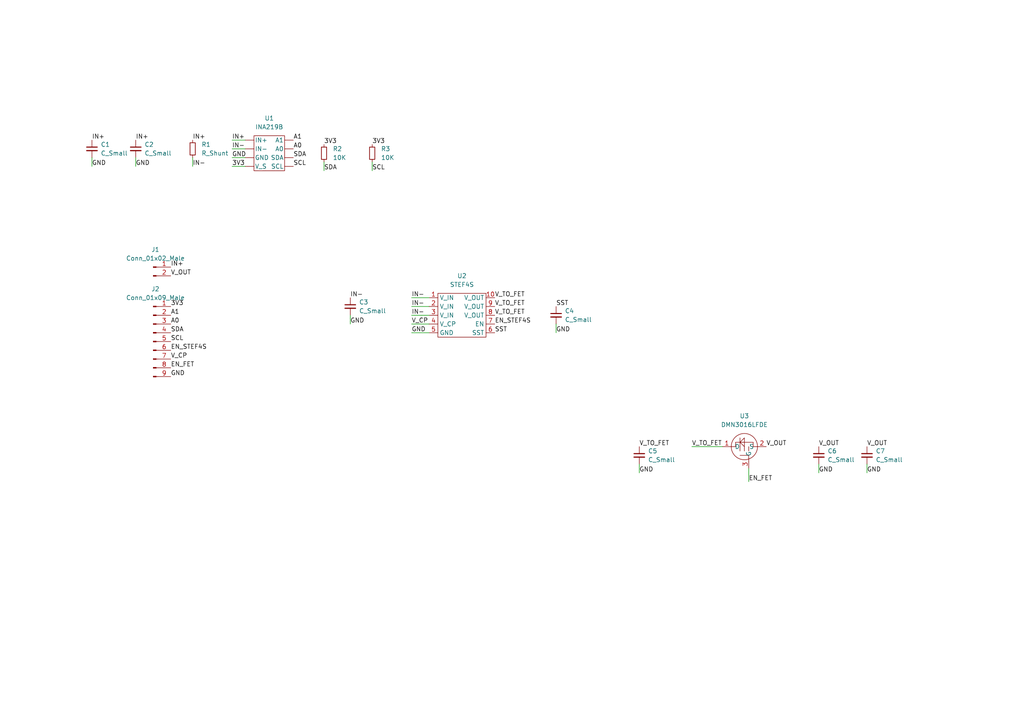
<source format=kicad_sch>
(kicad_sch (version 20211123) (generator eeschema)
  (paper "A4")
  (lib_symbols
    (symbol "Connector:Conn_01x02_Male" (pin_names (offset 1.016) hide)
      (property "Reference" "J" (at 0 2.54 0))
      (property "Value" "Conn_01x02_Male" (at 0 -5.08 0))
      (symbol "Conn_01x02_Male_1_1"
        (polyline (pts (xy 1.27 -2.54) (xy 0.8636 -2.54)) (stroke (width 0.1524)))
        (polyline (pts (xy 1.27 0) (xy 0.8636 0)) (stroke (width 0.1524)))
        (rectangle (start 0.8636 -2.413) (end 0 -2.667) (stroke (width 0.1524)) (fill (type outline)))
        (rectangle (start 0.8636 0.127) (end 0 -0.127) (stroke (width 0.1524)) (fill (type outline)))
        (pin passive line (at 5.08 0 180) (length 3.81) (name "Pin_1") (number "1"))
        (pin passive line (at 5.08 -2.54 180) (length 3.81) (name "Pin_2") (number "2"))
      )
    )
    (symbol "Connector:Conn_01x09_Male" (pin_names (offset 1.016) hide)
      (property "Reference" "J" (at 0 12.7 0))
      (property "Value" "Conn_01x09_Male" (at 0 -12.7 0))
      (symbol "Conn_01x09_Male_1_1"
        (polyline (pts (xy 1.27 -10.16) (xy 0.8636 -10.16)) (stroke (width 0.1524)))
        (polyline (pts (xy 1.27 -7.62) (xy 0.8636 -7.62)) (stroke (width 0.1524)))
        (polyline (pts (xy 1.27 -5.08) (xy 0.8636 -5.08)) (stroke (width 0.1524)))
        (polyline (pts (xy 1.27 -2.54) (xy 0.8636 -2.54)) (stroke (width 0.1524)))
        (polyline (pts (xy 1.27 0) (xy 0.8636 0)) (stroke (width 0.1524)))
        (polyline (pts (xy 1.27 2.54) (xy 0.8636 2.54)) (stroke (width 0.1524)))
        (polyline (pts (xy 1.27 5.08) (xy 0.8636 5.08)) (stroke (width 0.1524)))
        (polyline (pts (xy 1.27 7.62) (xy 0.8636 7.62)) (stroke (width 0.1524)))
        (polyline (pts (xy 1.27 10.16) (xy 0.8636 10.16)) (stroke (width 0.1524)))
        (rectangle (start 0.8636 -10.033) (end 0 -10.287) (stroke (width 0.1524)) (fill (type outline)))
        (rectangle (start 0.8636 -7.493) (end 0 -7.747) (stroke (width 0.1524)) (fill (type outline)))
        (rectangle (start 0.8636 -4.953) (end 0 -5.207) (stroke (width 0.1524)) (fill (type outline)))
        (rectangle (start 0.8636 -2.413) (end 0 -2.667) (stroke (width 0.1524)) (fill (type outline)))
        (rectangle (start 0.8636 0.127) (end 0 -0.127) (stroke (width 0.1524)) (fill (type outline)))
        (rectangle (start 0.8636 2.667) (end 0 2.413) (stroke (width 0.1524)) (fill (type outline)))
        (rectangle (start 0.8636 5.207) (end 0 4.953) (stroke (width 0.1524)) (fill (type outline)))
        (rectangle (start 0.8636 7.747) (end 0 7.493) (stroke (width 0.1524)) (fill (type outline)))
        (rectangle (start 0.8636 10.287) (end 0 10.033) (stroke (width 0.1524)) (fill (type outline)))
        (pin passive line (at 5.08 10.16 180) (length 3.81) (name "Pin_1") (number "1"))
        (pin passive line (at 5.08 7.62 180) (length 3.81) (name "Pin_2") (number "2"))
        (pin passive line (at 5.08 5.08 180) (length 3.81) (name "Pin_3") (number "3"))
        (pin passive line (at 5.08 2.54 180) (length 3.81) (name "Pin_4") (number "4"))
        (pin passive line (at 5.08 0 180) (length 3.81) (name "Pin_5") (number "5"))
        (pin passive line (at 5.08 -2.54 180) (length 3.81) (name "Pin_6") (number "6"))
        (pin passive line (at 5.08 -5.08 180) (length 3.81) (name "Pin_7") (number "7"))
        (pin passive line (at 5.08 -7.62 180) (length 3.81) (name "Pin_8") (number "8"))
        (pin passive line (at 5.08 -10.16 180) (length 3.81) (name "Pin_9") (number "9"))
      )
    )
    (symbol "Device:C_Small" (pin_numbers hide) (pin_names (offset 0.254) hide)
      (property "Reference" "C" (at 0.254 1.778 0))
      (property "Value" "C_Small" (at 0.254 -2.032 0))
      (symbol "C_Small_0_1"
        (polyline (pts (xy -1.524 -0.508) (xy 1.524 -0.508)) (stroke (width 0.3302)))
        (polyline (pts (xy -1.524 0.508) (xy 1.524 0.508)) (stroke (width 0.3048)))
      )
      (symbol "C_Small_1_1"
        (pin passive line (at 0 2.54 270) (length 2.032) (name "~") (number "1"))
        (pin passive line (at 0 -2.54 90) (length 2.032) (name "~") (number "2"))
      )
    )
    (symbol "Device:R_Small" (pin_numbers hide) (pin_names (offset 0.254) hide)
      (property "Reference" "R" (at 0.762 0.508 0))
      (property "Value" "R_Small" (at 0.762 -1.016 0))
      (symbol "R_Small_0_1"
        (rectangle (start -0.762 1.778) (end 0.762 -1.778) (stroke (width 0.2032)))
      )
      (symbol "R_Small_1_1"
        (pin passive line (at 0 2.54 270) (length 0.762) (name "~") (number "1"))
        (pin passive line (at 0 -2.54 90) (length 0.762) (name "~") (number "2"))
      )
    )
    (symbol "HS2_Parts:DMN3016LFDE" (pin_names (offset 1.016))
      (property "Reference" "U" (at 5.08 12.7 0))
      (property "Value" "DMN3016LFDE" (at 5.08 10.16 0))
      (symbol "DMN3016LFDE_0_1"
        (rectangle (start -3.81 -7.62) (end -2.54 -7.62))
        (rectangle (start -2.54 -7.62) (end -2.54 -5.08))
        (rectangle (start 0 -8.89) (end 0 -10.16))
        (rectangle (start 0 -8.89) (end 1.27 -8.89))
        (rectangle (start 0 -7.62) (end -1.27 -7.62))
        (rectangle (start 0 -6.35) (end -1.27 -6.35))
        (circle (center 0 -6.35) (radius 3.81))
        (rectangle (start 0 -5.08) (end -1.27 -5.08))
        (rectangle (start 0 -3.81) (end 0 -2.54))
        (polyline (pts (xy 1.27 -5.08) (xy 2.54 -6.35) (xy 0 -6.35) (xy 1.27 -5.08) (xy 2.54 -5.08) (xy 0 -5.08) (xy 1.27 -5.08)))
        (rectangle (start 1.27 -8.89) (end 1.27 -3.81))
        (rectangle (start 1.27 -3.81) (end 0 -3.81))
      )
      (symbol "DMN3016LFDE_1_1"
        (pin input line (at 0 0 270) (length 2.54) (name "D") (number "1"))
        (pin input line (at 0 -12.7 90) (length 2.54) (name "S") (number "2"))
        (pin input line (at -6.35 -7.62 0) (length 2.54) (name "G") (number "3"))
      )
    )
    (symbol "HS2_Parts:INA219B" (pin_numbers hide) (pin_names (offset 0.254))
      (property "Reference" "U" (at 3.81 -11.43 0))
      (property "Value" "INA219B" (at 3.81 1.27 0))
      (symbol "INA219B_0_1"
        (rectangle (start 0 0) (end 8.89 -10.16))
      )
      (symbol "INA219B_1_1"
        (pin input line (at -2.54 -1.27 0) (length 2.54) (name "IN+") (number "1"))
        (pin input line (at -2.54 -3.81 0) (length 2.54) (name "IN-") (number "2"))
        (pin power_in line (at -2.54 -6.35 0) (length 2.54) (name "GND") (number "3"))
        (pin power_in line (at -2.54 -8.89 0) (length 2.54) (name "V_S") (number "4"))
        (pin bidirectional line (at 11.43 -8.89 180) (length 2.54) (name "SCL") (number "5"))
        (pin bidirectional line (at 11.43 -6.35 180) (length 2.54) (name "SDA") (number "6"))
        (pin input line (at 11.43 -3.81 180) (length 2.54) (name "A0") (number "7"))
        (pin input line (at 11.43 -1.27 180) (length 2.54) (name "A1") (number "8"))
      )
    )
    (symbol "HS2_Parts:STEF4S"
      (property "Reference" "U" (at 8.89 2.54 0))
      (property "Value" "STEF4S" (at 8.89 -12.7 0))
      (symbol "STEF4S_0_1"
        (rectangle (start 2.54 -11.43) (end 16.51 1.27))
      )
      (symbol "STEF4S_1_1"
        (pin input line (at 0 0 0) (length 2.54) (name "V_IN") (number "1"))
        (pin output line (at 19.05 0 180) (length 2.54) (name "V_OUT") (number "10"))
        (pin input line (at 0 -2.54 0) (length 2.54) (name "V_IN") (number "2"))
        (pin input line (at 0 -5.08 0) (length 2.54) (name "V_IN") (number "3"))
        (pin input line (at 0 -7.62 0) (length 2.54) (name "V_CP") (number "4"))
        (pin input line (at 0 -10.16 0) (length 2.54) (name "GND") (number "5"))
        (pin input line (at 19.05 -10.16 180) (length 2.54) (name "SST") (number "6"))
        (pin input line (at 19.05 -7.62 180) (length 2.54) (name "EN") (number "7"))
        (pin output line (at 19.05 -5.08 180) (length 2.54) (name "V_OUT") (number "8"))
        (pin output line (at 19.05 -2.54 180) (length 2.54) (name "V_OUT") (number "9"))
      )
    )
  )
  (wire (pts (xy 67.31 40.64) (xy 71.12 40.64)))
  (wire (pts (xy 107.95 46.99) (xy 107.95 49.53)))
  (wire (pts (xy 185.42 134.62) (xy 185.42 137.16)))
  (wire (pts (xy 101.6 91.44) (xy 101.6 93.98)))
  (wire (pts (xy 119.38 91.44) (xy 124.46 91.44)))
  (wire (pts (xy 161.29 93.98) (xy 161.29 96.52)))
  (wire (pts (xy 200.66 129.54) (xy 209.55 129.54)))
  (wire (pts (xy 26.67 45.72) (xy 26.67 48.26)))
  (wire (pts (xy 55.88 45.72) (xy 55.88 48.26)))
  (wire (pts (xy 119.38 86.36) (xy 124.46 86.36)))
  (wire (pts (xy 67.31 48.26) (xy 71.12 48.26)))
  (wire (pts (xy 93.98 46.99) (xy 93.98 49.53)))
  (wire (pts (xy 119.38 96.52) (xy 124.46 96.52)))
  (wire (pts (xy 67.31 45.72) (xy 71.12 45.72)))
  (wire (pts (xy 67.31 43.18) (xy 71.12 43.18)))
  (wire (pts (xy 119.38 93.98) (xy 124.46 93.98)))
  (wire (pts (xy 39.37 45.72) (xy 39.37 48.26)))
  (wire (pts (xy 119.38 88.9) (xy 124.46 88.9)))
  (wire (pts (xy 217.17 135.89) (xy 217.17 139.7)))
  (wire (pts (xy 251.46 134.62) (xy 251.46 137.16)))
  (wire (pts (xy 237.49 134.62) (xy 237.49 137.16)))
  (label "EN_FET" (at 217.17 139.7 0))
  (label "V_OUT" (at 237.49 129.54 0))
  (label "IN+" (at 39.37 40.64 0))
  (label "V_TO_FET" (at 143.51 86.36 0))
  (label "GND" (at 237.49 137.16 0))
  (label "V_CP" (at 119.38 93.98 0))
  (label "V_TO_FET" (at 200.66 129.54 0))
  (label "IN+" (at 26.67 40.64 0))
  (label "GND" (at 101.6 93.98 0))
  (label "V_TO_FET" (at 143.51 91.44 0))
  (label "IN-" (at 119.38 88.9 0))
  (label "V_OUT" (at 251.46 129.54 0))
  (label "3V3" (at 49.53 88.9 0))
  (label "IN+" (at 55.88 40.64 0))
  (label "EN_STEF4S" (at 49.53 101.6 0))
  (label "IN-" (at 119.38 91.44 0))
  (label "GND" (at 39.37 48.26 0))
  (label "EN_STEF4S" (at 143.51 93.98 0))
  (label "GND" (at 26.67 48.26 0))
  (label "GND" (at 49.53 109.22 0))
  (label "A0" (at 85.09 43.18 0))
  (label "A0" (at 49.53 93.98 0))
  (label "IN+" (at 49.53 77.47 0))
  (label "SDA" (at 49.53 96.52 0))
  (label "SST" (at 143.51 96.52 0))
  (label "SST" (at 161.29 88.9 0))
  (label "V_CP" (at 49.53 104.14 0))
  (label "SDA" (at 85.09 45.72 0))
  (label "IN+" (at 67.31 40.64 0))
  (label "3V3" (at 107.95 41.91 0))
  (label "EN_FET" (at 49.53 106.68 0))
  (label "SCL" (at 107.95 49.53 0))
  (label "3V3" (at 67.31 48.26 0))
  (label "GND" (at 185.42 137.16 0))
  (label "V_TO_FET" (at 143.51 88.9 0))
  (label "3V3" (at 93.98 41.91 0))
  (label "A1" (at 85.09 40.64 0))
  (label "IN-" (at 119.38 86.36 0))
  (label "A1" (at 49.53 91.44 0))
  (label "IN-" (at 67.31 43.18 0))
  (label "GND" (at 67.31 45.72 0))
  (label "SDA" (at 93.98 49.53 0))
  (label "V_TO_FET" (at 185.42 129.54 0))
  (label "IN-" (at 101.6 86.36 0))
  (label "SCL" (at 85.09 48.26 0))
  (label "V_OUT" (at 49.53 80.01 0))
  (label "IN-" (at 55.88 48.26 0))
  (label "GND" (at 161.29 96.52 0))
  (label "GND" (at 251.46 137.16 0))
  (label "GND" (at 119.38 96.52 0))
  (label "V_OUT" (at 222.25 129.54 0))
  (label "SCL" (at 49.53 99.06 0))
  (symbol (lib_id "Connector:Conn_01x09_Male") (at 44.45 99.06 0) (unit 1)
    (property "Reference" "J2" (at 45.085 83.82 0))
    (property "Value" "Conn_01x09_Male" (at 45.085 86.36 0))
    (property "Footprint" "Connector_PinHeader_2.54mm:PinHeader_1x09_P2.54mm_Vertical" (effects hide))
  )
  (symbol (lib_id "Device:C_Small") (at 251.46 132.08 0) (unit 1)
    (property "Reference" "C7" (at 254 130.8162 0) (effects (justify left)))
    (property "Value" "C_Small" (at 254 133.3562 0) (effects (justify left)))
    (property "Footprint" "Capacitor_SMD:C_0603_1608Metric" (effects hide))
  )
  (symbol (lib_id "Device:C_Small") (at 185.42 132.08 0) (unit 1)
    (property "Reference" "C5" (at 187.96 130.8162 0) (effects (justify left)))
    (property "Value" "C_Small" (at 187.96 133.3562 0) (effects (justify left)))
    (property "Footprint" "Capacitor_SMD:C_0603_1608Metric" (effects hide))
  )
  (symbol (lib_id "Device:C_Small") (at 101.6 88.9 0) (unit 1)
    (property "Reference" "C3" (at 104.14 87.6362 0) (effects (justify left)))
    (property "Value" "C_Small" (at 104.14 90.1762 0) (effects (justify left)))
    (property "Footprint" "Capacitor_SMD:C_0603_1608Metric" (effects hide))
  )
  (symbol (lib_id "Device:R_Small") (at 107.95 44.45 0) (unit 1)
    (property "Reference" "R3" (at 110.49 43.1799 0) (effects (justify left)))
    (property "Value" "10K" (at 110.49 45.7199 0) (effects (justify left)))
    (property "Footprint" "Resistor_SMD:R_0402_1005Metric" (effects hide))
  )
  (symbol (lib_id "Connector:Conn_01x02_Male") (at 44.45 77.47 0) (unit 1)
    (property "Reference" "J1" (at 45.085 72.39 0))
    (property "Value" "Conn_01x02_Male" (at 45.085 74.93 0))
    (property "Footprint" "Connector_PinHeader_2.54mm:PinHeader_1x02_P2.54mm_Vertical" (effects hide))
  )
  (symbol (lib_id "Device:R_Small") (at 93.98 44.45 0) (unit 1)
    (property "Reference" "R2" (at 96.52 43.1799 0) (effects (justify left)))
    (property "Value" "10K" (at 96.52 45.7199 0) (effects (justify left)))
    (property "Footprint" "Resistor_SMD:R_0402_1005Metric" (effects hide))
  )
  (symbol (lib_id "Device:R_Small") (at 55.88 43.18 0) (unit 1)
    (property "Reference" "R1" (at 58.42 41.9099 0) (effects (justify left)))
    (property "Value" "R_Shunt" (at 58.42 44.4499 0) (effects (justify left)))
  )
  (symbol (lib_id "HS2_Parts:INA219B") (at 73.66 39.37 0) (unit 1)
    (property "Reference" "U1" (at 78.105 34.29 0))
    (property "Value" "INA219B" (at 78.105 36.83 0))
    (property "Footprint" "HS2_parts:SOT-23-8" (effects hide))
    (property "Datasheet" "https://www.ti.com/lit/ds/symlink/ina219.pdf" (effects hide))
  )
  (symbol (lib_id "HS2_Parts:DMN3016LFDE") (at 209.55 129.54 90) (unit 1)
    (property "Reference" "U3" (at 215.9 120.65 90))
    (property "Value" "DMN3016LFDE" (at 215.9 123.19 90))
    (property "Footprint" "HS2_parts:U-DFN2020-6" (effects hide))
    (property "Datasheet" "https://www.diodes.com/assets/Datasheets/DMN3016LFDE.pdf" (effects hide))
  )
  (symbol (lib_id "Device:C_Small") (at 161.29 91.44 0) (unit 1)
    (property "Reference" "C4" (at 163.83 90.1762 0) (effects (justify left)))
    (property "Value" "C_Small" (at 163.83 92.7162 0) (effects (justify left)))
    (property "Footprint" "Capacitor_SMD:C_0603_1608Metric" (effects hide))
  )
  (symbol (lib_id "Device:C_Small") (at 237.49 132.08 0) (unit 1)
    (property "Reference" "C6" (at 240.03 130.8162 0) (effects (justify left)))
    (property "Value" "C_Small" (at 240.03 133.3562 0) (effects (justify left)))
    (property "Footprint" "Capacitor_SMD:C_0603_1608Metric" (effects hide))
  )
  (symbol (lib_id "Device:C_Small") (at 26.67 43.18 0) (unit 1)
    (property "Reference" "C1" (at 29.21 41.9162 0) (effects (justify left)))
    (property "Value" "C_Small" (at 29.21 44.4562 0) (effects (justify left)))
    (property "Footprint" "Capacitor_SMD:C_0603_1608Metric" (effects hide))
  )
  (symbol (lib_id "HS2_Parts:STEF4S") (at 124.46 86.36 0) (unit 1)
    (property "Reference" "U2" (at 133.985 80.01 0))
    (property "Value" "STEF4S" (at 133.985 82.55 0))
  )
  (symbol (lib_id "Device:C_Small") (at 39.37 43.18 0) (unit 1)
    (property "Reference" "C2" (at 41.91 41.9162 0) (effects (justify left)))
    (property "Value" "C_Small" (at 41.91 44.4562 0) (effects (justify left)))
    (property "Footprint" "Capacitor_SMD:C_0603_1608Metric" (effects hide))
  )
)
</source>
